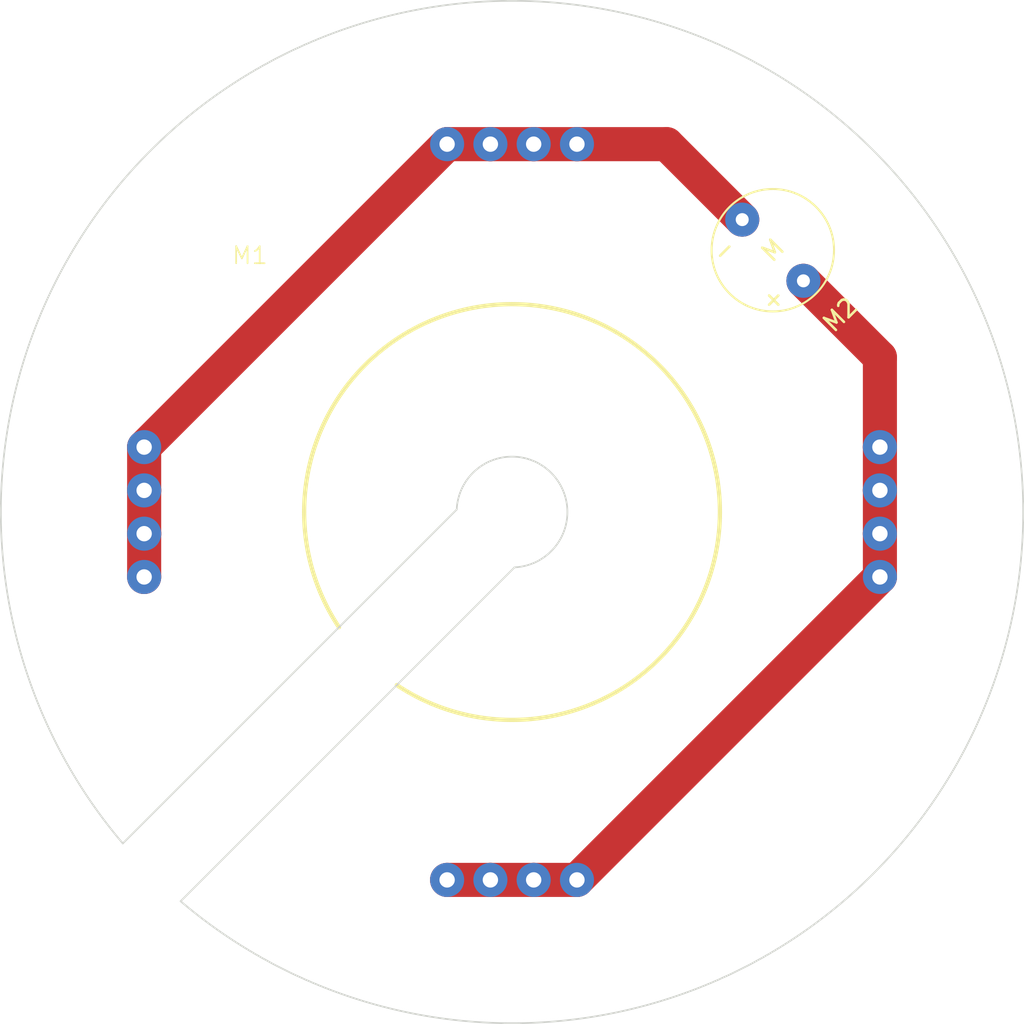
<source format=kicad_pcb>
(kicad_pcb (version 20240108) (generator "pcbnew") (generator_version "8.0")
  (layers (0 "F.Cu" signal) (31 "B.Cu" signal) (34 "B.Paste" user) (35 "F.Paste" user) (36 "B.SilkS" user "B.Silkscreen") (37 "F.SilkS" user "F.Silkscreen") (38 "B.Mask" user) (39 "F.Mask" user) (44 "Edge.Cuts" user))
  (net 0 "")
  (net 1 "Net-(M1-+)")
  (net 2 "GND")
  (footprint "my_footprints:motor" (layer "F.Cu") (at 18.897103 -11.772897 -135)
    (property "Reference" "M2" (at -0.120208 -0.393006 45) (layer "F.SilkS"))
    (property "Value" "Motor_DC")
    (fp_circle (center 0 5.079999) (end 2.54 7.62) (stroke (width 0.12)) (fill none) (layer "F.SilkS"))
    (fp_text user "+" (at 2.032 3.047999 45) (layer "F.SilkS"))
    (fp_text user "-" (at 2.032 7.111999 45) (layer "F.SilkS"))
    (fp_text user "M" (at 0 5.079999 45) (layer "F.SilkS"))
    (pad "1" thru_hole circle (at 0 2.54 225) (size 2 2) (drill 0.762) (layers "*.Cu" "*.Mask") (net 1 "Net-(M1-+)"))
    (pad "2" thru_hole circle (at 0 7.62 225) (size 2 2) (drill 0.762) (layers "*.Cu" "*.Mask") (net 2 "GND"))
  )
  (footprint "my_footprints:motor_tray" (layer "F.Cu") (at 0 0 -90)
    (property "Reference" "M1" (at -15.06 15.38 0) (layer "F.SilkS") (effects (font (thickness 0.1))))
    (property "Value" "Motor_DC")
    (pad "1" thru_hole circle (at -3.81 -21.59 270) (size 2 2) (drill 0.9) (layers "*.Cu" "*.Mask") (net 1 "Net-(M1-+)"))
    (pad "1" thru_hole circle (at -1.27 -21.59 270) (size 2 2) (drill 0.9) (layers "*.Cu" "*.Mask") (net 1 "Net-(M1-+)"))
    (pad "1" thru_hole circle (at 1.27 -21.59 270) (size 2 2) (drill 0.9) (layers "*.Cu" "*.Mask") (net 1 "Net-(M1-+)"))
    (pad "1" thru_hole circle (at 3.81 -21.59 270) (size 2 2) (drill 0.9) (layers "*.Cu" "*.Mask") (net 1 "Net-(M1-+)"))
    (pad "1" thru_hole circle (at 21.59 -3.81 270) (size 2 2) (drill 0.9) (layers "*.Cu" "*.Mask") (net 1 "Net-(M1-+)"))
    (pad "1" thru_hole circle (at 21.59 -1.27 270) (size 2 2) (drill 0.9) (layers "*.Cu" "*.Mask") (net 1 "Net-(M1-+)"))
    (pad "1" thru_hole circle (at 21.59 1.27 270) (size 2 2) (drill 0.9) (layers "*.Cu" "*.Mask") (net 1 "Net-(M1-+)"))
    (pad "1" thru_hole circle (at 21.59 3.81 270) (size 2 2) (drill 0.9) (layers "*.Cu" "*.Mask") (net 1 "Net-(M1-+)"))
    (pad "2" thru_hole circle (at -21.59 -3.81 270) (size 2 2) (drill 0.9) (layers "*.Cu" "*.Mask") (net 2 "GND"))
    (pad "2" thru_hole circle (at -21.59 -1.27 270) (size 2 2) (drill 0.9) (layers "*.Cu" "*.Mask") (net 2 "GND"))
    (pad "2" thru_hole circle (at -21.59 1.27 270) (size 2 2) (drill 0.9) (layers "*.Cu" "*.Mask") (net 2 "GND"))
    (pad "2" thru_hole circle (at -21.59 3.81 270) (size 2 2) (drill 0.9) (layers "*.Cu" "*.Mask") (net 2 "GND"))
    (pad "2" thru_hole circle (at -3.81 21.59 270) (size 2 2) (drill 0.9) (layers "*.Cu" "*.Mask") (net 2 "GND"))
    (pad "2" thru_hole circle (at -1.27 21.59 270) (size 2 2) (drill 0.9) (layers "*.Cu" "*.Mask") (net 2 "GND"))
    (pad "2" thru_hole circle (at 1.27 21.59 270) (size 2 2) (drill 0.9) (layers "*.Cu" "*.Mask") (net 2 "GND"))
    (pad "2" thru_hole circle (at 3.81 21.59 270) (size 2 2) (drill 0.9) (layers "*.Cu" "*.Mask") (net 2 "GND"))
  )
  (gr_arc (start -10.155188 6.761076) (mid 8.626695 -8.626695) (end -6.761076 10.155188) (stroke (width 0.25)) (layer "F.SilkS"))
  (gr_line (start 0.14746 3.24665) (end -19.448155 22.842299) (stroke (width 0.1)) (layer "Edge.Cuts"))
  (gr_arc (start -22.842299 19.448155) (mid 21.213219 -21.213219) (end -19.448155 22.842299) (stroke (width 0.1)) (layer "Edge.Cuts"))
  (gr_arc (start -3.24665 -0.14746) (mid 2.298095 -2.298095) (end 0.14746 3.24665) (stroke (width 0.1)) (layer "Edge.Cuts"))
  (gr_line (start -3.24665 -0.14746) (end -22.842299 19.448155) (stroke (width 0.1)) (layer "Edge.Cuts"))
  (segment (start -1.27 21.59) (end -3.81 21.59) (width 2) (layer "F.Cu") (net 1))
  (segment (start 21.59 3.81) (end 3.81 21.59) (width 2) (layer "F.Cu") (net 1))
  (segment (start 21.59 -3.81) (end 21.59 -1.27) (width 2) (layer "F.Cu") (net 1))
  (segment (start 21.59 -9.08) (end 17.101052 -13.568948) (width 2) (layer "F.Cu") (net 1))
  (segment (start 21.59 1.27) (end 21.59 3.81) (width 2) (layer "F.Cu") (net 1))
  (segment (start 21.59 -3.81) (end 21.59 -9.08) (width 2) (layer "F.Cu") (net 1))
  (segment (start 1.27 21.59) (end -1.27 21.59) (width 2) (layer "F.Cu") (net 1))
  (segment (start 21.59 -1.27) (end 21.59 1.27) (width 2) (layer "F.Cu") (net 1))
  (segment (start 3.81 21.59) (end 1.27 21.59) (width 2) (layer "F.Cu") (net 1))
  (segment (start -21.59 -3.81) (end -21.59 -1.27) (width 2) (layer "F.Cu") (net 2))
  (segment (start 1.27 -21.59) (end -1.27 -21.59) (width 2) (layer "F.Cu") (net 2))
  (segment (start 13.508949 -17.161051) (end 9.08 -21.59) (width 2) (layer "F.Cu") (net 2))
  (segment (start -1.27 -21.59) (end -3.81 -21.59) (width 2) (layer "F.Cu") (net 2))
  (segment (start -21.59 -1.27) (end -21.59 1.27) (width 2) (layer "F.Cu") (net 2))
  (segment (start -21.59 1.27) (end -21.59 3.81) (width 2) (layer "F.Cu") (net 2))
  (segment (start -3.81 -21.59) (end -21.59 -3.81) (width 2) (layer "F.Cu") (net 2))
  (segment (start 3.81 -21.59) (end 1.27 -21.59) (width 2) (layer "F.Cu") (net 2))
  (segment (start 9.08 -21.59) (end 3.81 -21.59) (width 2) (layer "F.Cu") (net 2))
)
</source>
